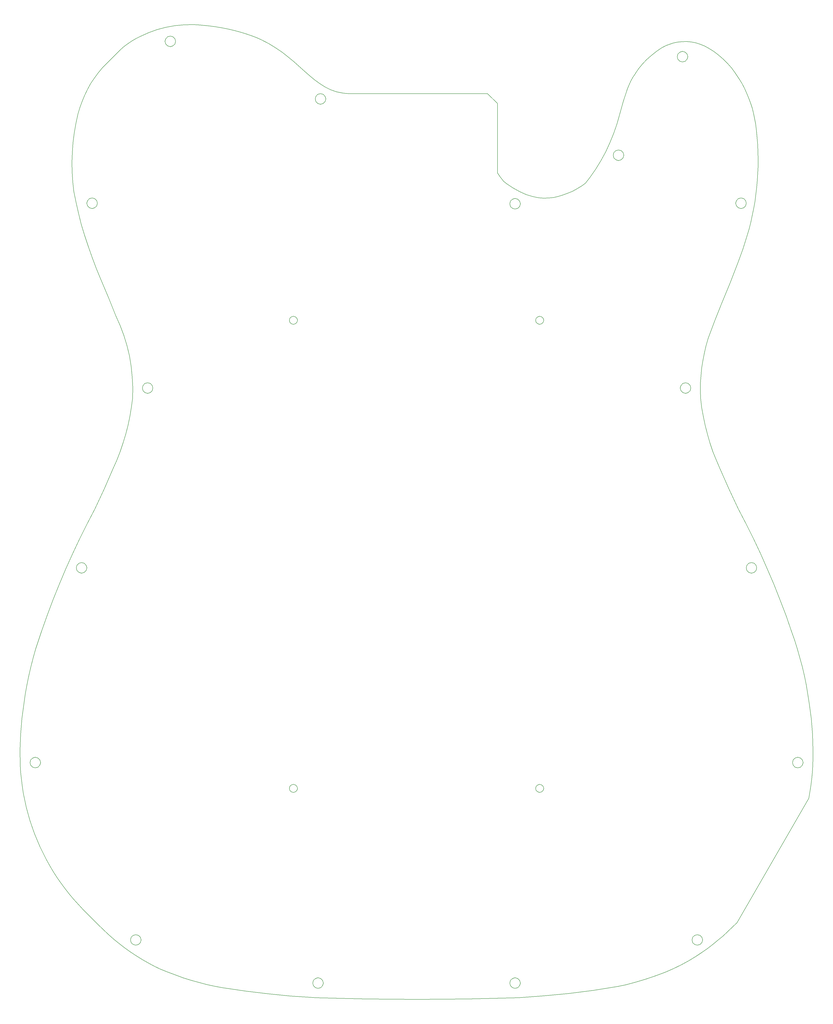
<source format=gbr>
G04 #@! TF.GenerationSoftware,KiCad,Pcbnew,(5.1.6)-1*
G04 #@! TF.CreationDate,2020-05-31T20:53:56+02:00*
G04 #@! TF.ProjectId,main,6d61696e-2e6b-4696-9361-645f70636258,rev?*
G04 #@! TF.SameCoordinates,PXfdeef668PY6350ce0*
G04 #@! TF.FileFunction,Other,User*
%FSLAX46Y46*%
G04 Gerber Fmt 4.6, Leading zero omitted, Abs format (unit mm)*
G04 Created by KiCad (PCBNEW (5.1.6)-1) date 2020-05-31 20:53:56*
%MOMM*%
%LPD*%
G01*
G04 APERTURE LIST*
%ADD10C,0.200000*%
G04 APERTURE END LIST*
D10*
X198699500Y331360200D02*
X197344800Y332454000D01*
X201366000Y329570199D02*
X198699500Y331360200D01*
X277283000Y388015200D02*
X275430000Y388566700D01*
X204027000Y328108200D02*
X201366000Y329570199D01*
X209151900Y326156700D02*
X206637300Y326971400D01*
X211525500Y325661300D02*
X209151900Y326156700D01*
X215799800Y325549400D02*
X213713100Y325482200D01*
X259523400Y385109200D02*
X257496600Y383540100D01*
X249143200Y373129800D02*
X248365500Y371515900D01*
X240594500Y348000200D02*
X238861700Y344318600D01*
X217707400Y325786800D02*
X215799800Y325549400D01*
X225413800Y328330900D02*
X223338100Y327417100D01*
X227411799Y329388400D02*
X225413800Y328330900D01*
X243445800Y355626200D02*
X242123900Y351772100D01*
X244556300Y359554600D02*
X243445800Y355626200D01*
X257496600Y383540100D02*
X255554600Y381791600D01*
X230698200Y331588000D02*
X229324900Y330584700D01*
X232483900Y333896800D02*
X230698200Y331588000D01*
X279094000Y387259600D02*
X277283000Y388015200D01*
X263477000Y387445200D02*
X261546400Y386430100D01*
X238861700Y344318600D02*
X236929600Y340735500D01*
X223338100Y327417100D02*
X221192300Y326652200D01*
X234802300Y337258900D02*
X232483900Y333896800D01*
X221192300Y326652200D02*
X219487600Y326164500D01*
X255554600Y381791600D02*
X253782300Y379939899D01*
X250029700Y374687800D02*
X249143200Y373129800D01*
X280845000Y386296300D02*
X279094000Y387259600D01*
X273551000Y388917700D02*
X271663000Y389071700D01*
X280926000Y386239500D02*
X280845000Y386296300D01*
X213713100Y325482200D02*
X211525500Y325661300D01*
X229324900Y330584700D02*
X227411799Y329388400D01*
X236929600Y340735500D02*
X234802300Y337258900D01*
X252257100Y378066000D02*
X251045700Y376251900D01*
X264658000Y387893000D02*
X264213000Y387724200D01*
X253782300Y379939899D02*
X252257100Y378066000D01*
X265379000Y388138200D02*
X264658000Y387893000D01*
X242123900Y351772100D02*
X240594500Y348000200D01*
X247699300Y369851700D02*
X246003700Y364740300D01*
X250978500Y376118600D02*
X250029700Y374687800D01*
X251045700Y376251900D02*
X250978500Y376118600D01*
X275430000Y388566700D02*
X273551000Y388917700D01*
X267927000Y388803100D02*
X266112000Y388387700D01*
X264213000Y387724200D02*
X263477000Y387445200D01*
X248365500Y371515900D02*
X247699300Y369851700D01*
X266112000Y388387700D02*
X265379000Y388138200D01*
X271663000Y389071700D02*
X269783000Y389032300D01*
X261546400Y386430100D02*
X259523400Y385109200D01*
X206637300Y326971400D02*
X204027000Y328108200D01*
X219487600Y326164500D02*
X217707400Y325786800D01*
X246003700Y364740300D02*
X244556300Y359554600D01*
X269783000Y389032300D02*
X267927000Y388803100D01*
X295249000Y370059900D02*
X294235000Y371981500D01*
X299014000Y321415390D02*
X299495000Y324239800D01*
X285325000Y215669000D02*
X283818000Y219087700D01*
X300592000Y347073700D02*
X300383000Y349935000D01*
X277331000Y247350500D02*
X277376000Y250417600D01*
X296173000Y368097500D02*
X295249000Y370059900D01*
X297004000Y366097400D02*
X296173000Y368097500D01*
X297741000Y364063000D02*
X297004000Y366097400D01*
X298931000Y359903800D02*
X298384000Y361997400D01*
X297115000Y313018414D02*
X297824000Y315803160D01*
X285897000Y282576400D02*
X285897000Y282576800D01*
X278924000Y262561000D02*
X279651000Y265543100D01*
X295872000Y193314400D02*
X292730000Y199324400D01*
X299734000Y355645600D02*
X299381000Y357785500D01*
X300097000Y352792800D02*
X299734000Y355645600D01*
X301784000Y181116400D02*
X298890000Y187244400D01*
X277878000Y256523400D02*
X278333000Y259553000D01*
X300756000Y338484000D02*
X300778000Y341346600D01*
X299495000Y324239800D02*
X299900000Y327074400D01*
X278496000Y236903000D02*
X277884000Y240578200D01*
X280510000Y268495500D02*
X283067000Y275587300D01*
X298890000Y187244400D02*
X295872000Y193314400D01*
X283818000Y219087700D02*
X282457000Y222560700D01*
X300383000Y349935000D02*
X300097000Y352792800D01*
X285897000Y282576800D02*
X289389000Y290989900D01*
X300778000Y341346600D02*
X300723000Y344210400D01*
X300229000Y329917599D02*
X300481000Y332767900D01*
X298457000Y318602660D02*
X299014000Y321415390D01*
X297824000Y315803160D02*
X298457000Y318602660D01*
X283067000Y275587300D02*
X285897000Y282576400D01*
X277559000Y253476800D02*
X277878000Y256523400D01*
X281243000Y226083300D02*
X280178000Y229650900D01*
X292730000Y199324400D02*
X288899000Y207439400D01*
X296330000Y310249840D02*
X297115000Y313018414D01*
X304552000Y174933400D02*
X301784000Y181116400D01*
X277884000Y240578200D02*
X277424000Y244280200D01*
X288899000Y207439400D02*
X285325000Y215669000D01*
X300723000Y344210400D02*
X300592000Y347073700D01*
X300481000Y332767900D02*
X300657000Y335623900D01*
X277376000Y250417600D02*
X277559000Y253476800D01*
X277424000Y244280200D02*
X277331000Y247350500D01*
X280178000Y229650900D02*
X279262000Y233259000D01*
X281101000Y386151900D02*
X280926000Y386239500D01*
X282849000Y385029600D02*
X281101000Y386151900D01*
X292462000Y374786300D02*
X292457000Y374796400D01*
X294235000Y371981500D02*
X293328000Y373505100D01*
X300657000Y335623900D02*
X300756000Y338484000D01*
X299900000Y327074400D02*
X300229000Y329917599D01*
X279262000Y233259000D02*
X278496000Y236903000D01*
X282457000Y222560700D02*
X281243000Y226083300D01*
X299381000Y357785500D02*
X298931000Y359903800D01*
X294610000Y304830620D02*
X296330000Y310249840D01*
X278333000Y259553000D02*
X278924000Y262561000D01*
X289389000Y290989900D02*
X292696000Y299475600D01*
X298384000Y361997400D02*
X297741000Y364063000D01*
X279651000Y265543100D02*
X280510000Y268495500D01*
X284686000Y383625500D02*
X282849000Y385029600D01*
X286532000Y382001000D02*
X284686000Y383625500D01*
X291334000Y376544300D02*
X289930000Y378381299D01*
X288306000Y380227100D02*
X286532000Y382001000D01*
X289930000Y378381299D02*
X288306000Y380227100D01*
X292457000Y374796400D02*
X291334000Y376544300D01*
X293328000Y373505100D02*
X292462000Y374786300D01*
X292696000Y299475600D02*
X294610000Y304830620D01*
X319560000Y131597400D02*
X318711000Y135264400D01*
X320312000Y127908400D02*
X319560000Y131597400D01*
X323066000Y98327400D02*
X323076000Y101503400D01*
X323010000Y104677400D02*
X322866000Y107848400D01*
X321523000Y120475400D02*
X320966000Y124200400D01*
X321974000Y117330400D02*
X321523000Y120475400D01*
X322645000Y111015400D02*
X322348000Y114176400D01*
X323076000Y101503400D02*
X323010000Y104677400D01*
X314358000Y149682400D02*
X312098000Y156069400D01*
X322348000Y114176400D02*
X321974000Y117330400D01*
X317766000Y138908400D02*
X316725000Y142527400D01*
X322978000Y95151400D02*
X323066000Y98327400D01*
X322866000Y107848400D02*
X322645000Y111015400D01*
X320966000Y124200400D02*
X320312000Y127908400D01*
X307195000Y168697400D02*
X304552000Y174933400D01*
X309710000Y162408400D02*
X307195000Y168697400D01*
X315589000Y146119400D02*
X314358000Y149682400D01*
X312098000Y156069400D02*
X309710000Y162408400D01*
X316725000Y142527400D02*
X315589000Y146119400D01*
X318711000Y135264400D02*
X317766000Y138908400D01*
X290391000Y29638400D02*
X292202000Y31449400D01*
X243771000Y5545400D02*
X247126700Y6248400D01*
X286460000Y25973400D02*
X288455000Y27779400D01*
X284407000Y24223400D02*
X286460000Y25973400D01*
X282296000Y22529400D02*
X284407000Y24223400D01*
X280129000Y20894400D02*
X282296000Y22529400D01*
X277906000Y19319400D02*
X280129000Y20894400D01*
X275628000Y17806400D02*
X277906000Y19319400D01*
X233790200Y3968400D02*
X243770800Y5545400D01*
X275627000Y17805400D02*
X275628000Y17806400D01*
X272602000Y15962400D02*
X275627000Y17805400D01*
X251169700Y7315400D02*
X255171400Y8521400D01*
X243770800Y5545400D02*
X243771000Y5545400D01*
X213713500Y1699400D02*
X223768800Y2686400D01*
X203631100Y1007400D02*
X213713500Y1699400D01*
X172618300Y349400D02*
X182957100Y481400D01*
X182957100Y481400D02*
X193294700Y701400D01*
X247126700Y6248400D02*
X251169700Y7315400D01*
X259128900Y9861400D02*
X263039000Y11337400D01*
X255171400Y8521400D02*
X259128900Y9861400D01*
X292202000Y31449400D02*
X321356000Y81946400D01*
X263039000Y11337400D02*
X266302000Y12724400D01*
X269492000Y14267400D02*
X272602000Y15962400D01*
X266302000Y12724400D02*
X269492000Y14267400D01*
X223768800Y2686400D02*
X233790200Y3968400D01*
X322808000Y92442400D02*
X322978000Y95151400D01*
X322557000Y89748400D02*
X322808000Y92442400D01*
X322226000Y87072400D02*
X322557000Y89748400D01*
X288455000Y27779400D02*
X290391000Y29638400D01*
X321814000Y84414400D02*
X322226000Y87072400D01*
X193294700Y701400D02*
X203631100Y1007400D01*
X321356000Y81946400D02*
X321814000Y84414400D01*
X277949000Y25507400D02*
X278237000Y24432400D01*
X124237000Y6932400D02*
X123949000Y5857400D01*
X49162000Y22570400D02*
X48087000Y22282400D01*
X203949000Y8007400D02*
X204237000Y6932400D01*
X203162000Y8794400D02*
X203949000Y8007400D01*
X123162000Y5070400D02*
X122087000Y4782400D01*
X202087000Y9082400D02*
X203162000Y8794400D01*
X276087000Y26582400D02*
X277162000Y26294400D01*
X50237000Y24432400D02*
X49949000Y23357400D01*
X121012000Y5070400D02*
X120225000Y5857400D01*
X49949000Y23357400D02*
X49162000Y22570400D01*
X203949000Y5857400D02*
X203162000Y5070400D01*
X277162000Y26294400D02*
X277949000Y25507400D01*
X200225000Y8007400D02*
X201012000Y8794400D01*
X121012000Y8794400D02*
X122087000Y9082400D01*
X199937000Y6932400D02*
X200225000Y8007400D01*
X200225000Y5857400D02*
X199937000Y6932400D01*
X201012000Y5070400D02*
X200225000Y5857400D01*
X123949000Y5857400D02*
X123162000Y5070400D01*
X122087000Y9082400D02*
X123162000Y8794400D01*
X47012000Y26294400D02*
X48087000Y26582400D01*
X123162000Y8794400D02*
X123949000Y8007400D01*
X119937000Y6932400D02*
X120225000Y8007400D01*
X48087000Y26582400D02*
X49162000Y26294400D01*
X49162000Y26294400D02*
X49949000Y25507400D01*
X277949000Y23357400D02*
X277162000Y22570400D01*
X49949000Y25507400D02*
X50237000Y24432400D01*
X204237000Y6932400D02*
X203949000Y5857400D01*
X278237000Y24432400D02*
X277949000Y23357400D01*
X123949000Y8007400D02*
X124237000Y6932400D01*
X122087000Y4782400D02*
X121012000Y5070400D01*
X46225000Y25507400D02*
X47012000Y26294400D01*
X276087000Y22282400D02*
X275012000Y22570400D01*
X277162000Y22570400D02*
X276087000Y22282400D01*
X47012000Y22570400D02*
X46225000Y23357400D01*
X45937000Y24432400D02*
X46225000Y25507400D01*
X120225000Y5857400D02*
X119937000Y6932400D01*
X202087000Y4782400D02*
X201012000Y5070400D01*
X46225000Y23357400D02*
X45937000Y24432400D01*
X201012000Y8794400D02*
X202087000Y9082400D01*
X120225000Y8007400D02*
X121012000Y8794400D01*
X275012000Y26294400D02*
X276087000Y26582400D01*
X203162000Y5070400D02*
X202087000Y4782400D01*
X48087000Y22282400D02*
X47012000Y22570400D01*
X314737000Y96432400D02*
X315025000Y97507400D01*
X318749000Y97507400D02*
X319037000Y96432400D01*
X316887000Y94282400D02*
X315812000Y94570400D01*
X274225000Y25507400D02*
X275012000Y26294400D01*
X275012000Y22570400D02*
X274225000Y23357400D01*
X212087000Y84282400D02*
X211262000Y84503400D01*
X212912000Y84503400D02*
X212087000Y84282400D01*
X213515900Y85107400D02*
X212912000Y84503400D01*
X213515900Y86757400D02*
X213737000Y85932400D01*
X7287000Y94282400D02*
X6212000Y94570400D01*
X315812000Y98294400D02*
X316887000Y98582400D01*
X24225000Y176507400D02*
X25012000Y177294400D01*
X27949000Y176507400D02*
X28237000Y175432400D01*
X212912000Y87361400D02*
X213515900Y86757400D01*
X210437000Y85932400D02*
X210658000Y86757400D01*
X212087000Y87582400D02*
X212912000Y87361400D01*
X24225000Y174357400D02*
X23937000Y175432400D01*
X211262000Y84503400D02*
X210658000Y85107400D01*
X112087000Y84282400D02*
X111262000Y84503400D01*
X111262000Y84503400D02*
X110658100Y85107400D01*
X26087000Y177582400D02*
X27162000Y177294400D01*
X112087000Y87582400D02*
X112912000Y87361400D01*
X317962000Y94570400D02*
X316887000Y94282400D01*
X112912000Y87361400D02*
X113516000Y86757400D01*
X28237000Y175432400D02*
X27949000Y174357400D01*
X9149000Y95357400D02*
X8362000Y94570400D01*
X210658000Y86757400D02*
X211262000Y87361400D01*
X110658100Y85107400D02*
X110437000Y85932400D01*
X5425000Y95357400D02*
X5137000Y96432400D01*
X317962000Y98294400D02*
X318749000Y97507400D01*
X318749000Y95357400D02*
X317962000Y94570400D01*
X25012000Y173570400D02*
X24225000Y174357400D01*
X27162000Y177294400D02*
X27949000Y176507400D01*
X315025000Y97507400D02*
X315812000Y98294400D01*
X319037000Y96432400D02*
X318749000Y95357400D01*
X315812000Y94570400D02*
X315025000Y95357400D01*
X273937000Y24432400D02*
X274225000Y25507400D01*
X274225000Y23357400D02*
X273937000Y24432400D01*
X213737000Y85932400D02*
X213515900Y85107400D01*
X211262000Y87361400D02*
X212087000Y87582400D01*
X111262000Y87361400D02*
X112087000Y87582400D01*
X110658100Y86757400D02*
X111262000Y87361400D01*
X110437000Y85932400D02*
X110658100Y86757400D01*
X9149000Y97507400D02*
X9437000Y96432400D01*
X210658000Y85107400D02*
X210437000Y85932400D01*
X8362000Y98294400D02*
X9149000Y97507400D01*
X113516000Y85107400D02*
X112912000Y84503400D01*
X113737000Y85932400D02*
X113516000Y85107400D01*
X8362000Y94570400D02*
X7287000Y94282400D01*
X6212000Y98294400D02*
X7287000Y98582400D01*
X6212000Y94570400D02*
X5425000Y95357400D01*
X26087000Y173282400D02*
X25012000Y173570400D01*
X23937000Y175432400D02*
X24225000Y176507400D01*
X27949000Y174357400D02*
X27162000Y173570400D01*
X9437000Y96432400D02*
X9149000Y95357400D01*
X25012000Y177294400D02*
X26087000Y177582400D01*
X5137000Y96432400D02*
X5425000Y97507400D01*
X7287000Y98582400D02*
X8362000Y98294400D01*
X315025000Y95357400D02*
X314737000Y96432400D01*
X316887000Y98582400D02*
X317962000Y98294400D01*
X112912000Y84503400D02*
X112087000Y84282400D01*
X113516000Y86757400D02*
X113737000Y85932400D01*
X5425000Y97507400D02*
X6212000Y98294400D01*
X27162000Y173570400D02*
X26087000Y173282400D01*
X299162000Y177294400D02*
X299949000Y176507400D01*
X296225000Y174357400D02*
X295937000Y175432400D01*
X51812000Y246570401D02*
X51025000Y247357400D01*
X298087000Y177582400D02*
X299162000Y177294400D01*
X213515900Y275107400D02*
X212912000Y274503500D01*
X297012000Y177294400D02*
X298087000Y177582400D01*
X110437000Y275932400D02*
X110658100Y276757400D01*
X111262000Y274503500D02*
X110658100Y275107400D01*
X213515900Y276757400D02*
X213737000Y275932400D01*
X295937000Y175432400D02*
X296225000Y176507400D01*
X53962000Y246570401D02*
X52887000Y246282400D01*
X54749000Y247357400D02*
X53962000Y246570401D01*
X51025000Y247357400D02*
X50737000Y248432400D01*
X269425000Y249507400D02*
X270212000Y250294400D01*
X271287000Y246282400D02*
X270212000Y246570401D01*
X273149000Y247357400D02*
X272362000Y246570401D01*
X210658000Y275107400D02*
X210437000Y275932400D01*
X203949000Y322157390D02*
X203162000Y321370430D01*
X269137000Y248432400D02*
X269425000Y249507400D01*
X112912000Y274503500D02*
X112087000Y274282400D01*
X211262000Y274503500D02*
X210658000Y275107400D01*
X269425000Y247357400D02*
X269137000Y248432400D01*
X211262000Y277361400D02*
X212087000Y277582400D01*
X296225000Y176507400D02*
X297012000Y177294400D01*
X52887000Y250582400D02*
X53962000Y250294400D01*
X273149000Y249507400D02*
X273437000Y248432400D01*
X112912000Y277361400D02*
X113516000Y276757400D01*
X212087000Y277582400D02*
X212912000Y277361400D01*
X203162000Y321370430D02*
X202087000Y321082390D01*
X270212000Y246570401D02*
X269425000Y247357400D01*
X204237000Y323232390D02*
X203949000Y322157390D01*
X212087000Y274282400D02*
X211262000Y274503500D01*
X52887000Y246282400D02*
X51812000Y246570401D01*
X297012000Y173570400D02*
X296225000Y174357400D01*
X111262000Y277361400D02*
X112087000Y277582400D01*
X112087000Y274282400D02*
X111262000Y274503500D01*
X210437000Y275932400D02*
X210658000Y276757400D01*
X202087000Y321082390D02*
X201012000Y321370430D01*
X51812000Y250294400D02*
X52887000Y250582400D01*
X271287000Y250582400D02*
X272362000Y250294400D01*
X55037000Y248432400D02*
X54749000Y247357400D01*
X54749000Y249507400D02*
X55037000Y248432400D01*
X53962000Y250294400D02*
X54749000Y249507400D01*
X51025000Y249507400D02*
X51812000Y250294400D01*
X270212000Y250294400D02*
X271287000Y250582400D01*
X113516000Y275107400D02*
X112912000Y274503500D01*
X113737000Y275932400D02*
X113516000Y275107400D01*
X113516000Y276757400D02*
X113737000Y275932400D01*
X110658100Y276757400D02*
X111262000Y277361400D01*
X112087000Y277582400D02*
X112912000Y277361400D01*
X213737000Y275932400D02*
X213515900Y275107400D01*
X210658000Y276757400D02*
X211262000Y277361400D01*
X50737000Y248432400D02*
X51025000Y249507400D01*
X272362000Y250294400D02*
X273149000Y249507400D01*
X110658100Y275107400D02*
X110437000Y275932400D01*
X212912000Y277361400D02*
X213515900Y276757400D01*
X212912000Y274503500D02*
X212087000Y274282400D01*
X272362000Y246570401D02*
X271287000Y246282400D01*
X298087000Y173282400D02*
X297012000Y173570400D01*
X299162000Y173570400D02*
X298087000Y173282400D01*
X299949000Y174357400D02*
X299162000Y173570400D01*
X273437000Y248432400D02*
X273149000Y247357400D01*
X300237000Y175432400D02*
X299949000Y174357400D01*
X299949000Y176507400D02*
X300237000Y175432400D01*
X241937000Y342932400D02*
X242225000Y344007400D01*
X122012000Y367644300D02*
X123087000Y367932400D01*
X272237000Y382932400D02*
X271949000Y381857400D01*
X125237000Y365782400D02*
X124949000Y364707400D01*
X202087000Y325382400D02*
X203162000Y325094300D01*
X201012000Y325094300D02*
X202087000Y325382400D01*
X199937000Y323232390D02*
X200225000Y324307400D01*
X32199000Y324507400D02*
X32487000Y323432400D01*
X245949000Y341857400D02*
X245162000Y341070400D01*
X121225000Y364707400D02*
X120937000Y365782400D01*
X245949000Y344007400D02*
X246237000Y342932400D01*
X292762000Y325294400D02*
X293837000Y325582400D01*
X291687000Y323432400D02*
X291975000Y324507400D01*
X200225000Y322157390D02*
X199937000Y323232390D01*
X30337000Y321282390D02*
X29262001Y321570430D01*
X32199000Y322357390D02*
X31412000Y321570430D01*
X31412000Y325294400D02*
X32199000Y324507400D01*
X30337000Y325582400D02*
X31412000Y325294400D01*
X29262001Y325294400D02*
X30337000Y325582400D01*
X28187000Y323432400D02*
X28475000Y324507400D01*
X291975000Y322357390D02*
X291687000Y323432400D01*
X124162000Y367644300D02*
X124949000Y366857400D01*
X124949000Y364707400D02*
X124162000Y363920400D01*
X121225000Y366857400D02*
X122012000Y367644300D01*
X271949000Y384007400D02*
X272237000Y382932400D01*
X271949000Y381857400D02*
X271162000Y381070400D01*
X270087000Y380782400D02*
X269012000Y381070400D01*
X243012000Y341070400D02*
X242225000Y341857400D01*
X31412000Y321570430D02*
X30337000Y321282390D01*
X295699000Y322357390D02*
X294911999Y321570430D01*
X295699000Y324507400D02*
X295987000Y323432400D01*
X294911999Y325294400D02*
X295699000Y324507400D01*
X122012000Y363920400D02*
X121225000Y364707400D01*
X271162000Y381070400D02*
X270087000Y380782400D01*
X28475000Y324507400D02*
X29262001Y325294400D01*
X293837000Y325582400D02*
X294911999Y325294400D01*
X292762000Y321570430D02*
X291975000Y322357390D01*
X123087000Y367932400D02*
X124162000Y367644300D01*
X269012000Y384794400D02*
X270087000Y385082400D01*
X203949000Y324307400D02*
X204237000Y323232390D01*
X244087000Y340782400D02*
X243012000Y341070400D01*
X123087000Y363632400D02*
X122012000Y363920400D01*
X200225000Y324307400D02*
X201012000Y325094300D01*
X293837000Y321282390D02*
X292762000Y321570430D01*
X28475000Y322357390D02*
X28187000Y323432400D01*
X291975000Y324507400D02*
X292762000Y325294400D01*
X270087000Y385082400D02*
X271162000Y384794400D01*
X124949000Y366857400D02*
X125237000Y365782400D01*
X243012000Y344794400D02*
X244087000Y345082400D01*
X245162000Y341070400D02*
X244087000Y340782400D01*
X246237000Y342932400D02*
X245949000Y341857400D01*
X120937000Y365782400D02*
X121225000Y366857400D01*
X242225000Y344007400D02*
X243012000Y344794400D01*
X201012000Y321370430D02*
X200225000Y322157390D01*
X32487000Y323432400D02*
X32199000Y322357390D01*
X294911999Y321570430D02*
X293837000Y321282390D01*
X245162000Y344794400D02*
X245949000Y344007400D01*
X244087000Y345082400D02*
X245162000Y344794400D01*
X271162000Y384794400D02*
X271949000Y384007400D01*
X124162000Y363920400D02*
X123087000Y363632400D01*
X203162000Y325094300D02*
X203949000Y324307400D01*
X242225000Y341857400D02*
X241937000Y342932400D01*
X29262001Y321570430D02*
X28475000Y322357390D01*
X295987000Y323432400D02*
X295699000Y322357390D01*
X10429000Y59639400D02*
X11727000Y57126401D01*
X55605000Y13733400D02*
X57898000Y12675400D01*
X60225000Y388057400D02*
X59937000Y389132400D01*
X120926400Y995400D02*
X120926900Y994400D01*
X63949000Y388057400D02*
X63162000Y387270400D01*
X268225000Y384007400D02*
X269012000Y384794400D01*
X267937000Y382932400D02*
X268225000Y384007400D01*
X268225000Y381857400D02*
X267937000Y382932400D01*
X269012000Y381070400D02*
X268225000Y381857400D01*
X63949000Y390207400D02*
X64237000Y389132400D01*
X62087000Y391282400D02*
X63162000Y390994400D01*
X61012000Y387270400D02*
X60225000Y388057400D01*
X131263000Y691400D02*
X141600700Y475400D01*
X50839000Y16377400D02*
X53370000Y14908400D01*
X16086000Y49846400D02*
X17690000Y47513401D01*
X110891400Y1663400D02*
X120138600Y1029400D01*
X34823000Y28625400D02*
X36919000Y26679400D01*
X120138600Y1029400D02*
X120926400Y995400D01*
X53370000Y14908400D02*
X55605000Y13733400D01*
X32793000Y30632400D02*
X34823000Y28625400D01*
X13103000Y54654400D02*
X14556000Y52227401D01*
X11727000Y57126401D02*
X13103000Y54654400D01*
X5151000Y72782400D02*
X6041000Y70083400D01*
X151939600Y346400D02*
X162278910Y304400D01*
X45951000Y19537400D02*
X48365000Y17921400D01*
X6041000Y70083400D02*
X7015000Y67418400D01*
X22940000Y40821400D02*
X24832000Y38698400D01*
X24832000Y38698400D02*
X26793000Y36632400D01*
X17690000Y47513401D02*
X19368000Y45230400D01*
X36919000Y26679400D02*
X39081000Y24795400D01*
X21118000Y42999400D02*
X22940000Y40821400D01*
X83306600Y5055400D02*
X83307300Y5055400D01*
X101667200Y2545400D02*
X110891400Y1663400D01*
X92470800Y3676400D02*
X101667200Y2545400D01*
X83307300Y5055400D02*
X92470800Y3676400D01*
X39081000Y24795400D02*
X41308000Y22975400D01*
X61033000Y11376400D02*
X64202600Y10166400D01*
X43598000Y21222400D02*
X45951000Y19537400D01*
X63162000Y390994400D02*
X63949000Y390207400D01*
X57898000Y12675400D02*
X61033000Y11376400D01*
X61012000Y390994400D02*
X62087000Y391282400D01*
X4346000Y75513400D02*
X5151000Y72782400D01*
X80102900Y5636400D02*
X83306600Y5055400D01*
X26793000Y36632400D02*
X32793000Y30632400D01*
X67404900Y9043400D02*
X70638400Y8010400D01*
X64202600Y10166400D02*
X67404900Y9043400D01*
X141600700Y475400D02*
X151939600Y346400D01*
X70638400Y8010400D02*
X73765700Y7114400D01*
X76921800Y6322400D02*
X80102900Y5636400D01*
X14556000Y52227401D02*
X16086000Y49846400D01*
X63162000Y387270400D02*
X62087000Y386982400D01*
X73765700Y7114400D02*
X76921800Y6322400D01*
X64237000Y389132400D02*
X63949000Y388057400D01*
X162278910Y304400D02*
X172618300Y349400D01*
X9210000Y62194400D02*
X10429000Y59639400D01*
X48365000Y17921400D02*
X50839000Y16377400D01*
X8072000Y64787400D02*
X9210000Y62194400D01*
X62087000Y386982400D02*
X61012000Y387270400D01*
X60225000Y390207400D02*
X61012000Y390994400D01*
X19368000Y45230400D02*
X21118000Y42999400D01*
X120926900Y994400D02*
X131263000Y691400D01*
X59937000Y389132400D02*
X60225000Y390207400D01*
X41308000Y22975400D02*
X43598000Y21222400D01*
X7015000Y67418400D02*
X8072000Y64787400D01*
X22389000Y181116400D02*
X19620000Y174933400D01*
X35274000Y207439400D02*
X31444000Y199324400D01*
X46290000Y240577800D02*
X45677000Y236902600D01*
X1098000Y101657400D02*
X1186000Y95357400D01*
X33989000Y292236100D02*
X37053000Y285058000D01*
X3627000Y78273400D02*
X4346000Y75513400D01*
X1313000Y107951400D02*
X1098000Y101657400D01*
X41716000Y222560400D02*
X40354000Y219087500D01*
X2996000Y81061400D02*
X3627000Y78273400D01*
X2452000Y83875400D02*
X2996000Y81061400D01*
X1999000Y86714400D02*
X2452000Y83875400D01*
X1635000Y89575400D02*
X1999000Y86714400D01*
X1831000Y114227400D02*
X1313000Y107951400D01*
X41723000Y273849100D02*
X43239000Y269796200D01*
X19620000Y174933400D02*
X16978000Y168697400D01*
X28302000Y193314400D02*
X25283000Y187244400D01*
X38847000Y215668700D02*
X35274000Y207439400D01*
X43996000Y229650600D02*
X42930000Y226083000D01*
X46749000Y244279800D02*
X46290000Y240577800D01*
X45482000Y261469400D02*
X46205000Y257220300D01*
X45677000Y236902600D02*
X44912000Y233258700D01*
X12074000Y156069400D02*
X9815000Y149682400D01*
X1364000Y92456400D02*
X1635000Y89575400D01*
X1186000Y95357400D02*
X1364000Y92456400D01*
X3207000Y124200400D02*
X2651000Y120475400D01*
X42930000Y226083000D02*
X41716000Y222560400D01*
X44912000Y233258700D02*
X43996000Y229650600D01*
X6407000Y138908400D02*
X5462000Y135264400D01*
X31444000Y199324400D02*
X28302000Y193314400D01*
X46205000Y257220300D02*
X46659000Y252930700D01*
X7448000Y142527400D02*
X6407000Y138908400D01*
X4614000Y131597400D02*
X3862000Y127908400D01*
X14462000Y162408400D02*
X12074000Y156069400D01*
X5462000Y135264400D02*
X4614000Y131597400D01*
X25283000Y187244400D02*
X22389000Y181116400D01*
X46659000Y252930700D02*
X46841000Y248613201D01*
X44493000Y265665500D02*
X45482000Y261469400D01*
X2651000Y120475400D02*
X1831000Y114227400D01*
X3862000Y127908400D02*
X3207000Y124200400D01*
X40354000Y219087500D02*
X38847000Y215668700D01*
X37053000Y285058000D02*
X39948000Y277811600D01*
X32147000Y296711000D02*
X33989000Y292236100D01*
X46841000Y248613201D02*
X46749000Y244279800D01*
X39948000Y277811600D02*
X41723000Y273849100D01*
X16978000Y168697400D02*
X14462000Y162408400D01*
X43239000Y269796200D02*
X44493000Y265665500D01*
X9815000Y149682400D02*
X8584000Y146119400D01*
X8584000Y146119400D02*
X7448000Y142527400D01*
X23818000Y323683400D02*
X24840000Y319216460D01*
X22940000Y328180400D02*
X23818000Y323683400D01*
X27311000Y310388850D02*
X28807000Y305789410D01*
X26005000Y314783860D02*
X27311000Y310388850D01*
X22493000Y332128800D02*
X22940000Y328180400D01*
X22236000Y336086400D02*
X22493000Y332128800D01*
X30419000Y301229500D02*
X32147000Y296711000D01*
X28807000Y305789410D02*
X30419000Y301229500D01*
X24840000Y319216460D02*
X26005000Y314783860D01*
X56713000Y393920800D02*
X53216000Y392680000D01*
X82890400Y394680600D02*
X80308700Y395111500D01*
X110076500Y382755400D02*
X107623000Y384661700D01*
X130757800Y368394500D02*
X129512500Y368707100D01*
X22287000Y344004800D02*
X22167000Y340047300D01*
X22595000Y347952300D02*
X22287000Y344004800D01*
X23090000Y351883300D02*
X22595000Y347952300D01*
X24642000Y359669100D02*
X23773000Y355791100D01*
X104976300Y386502900D02*
X102099500Y388242600D01*
X26260000Y364805200D02*
X25374000Y362264600D01*
X28476001Y369696600D02*
X27295000Y367284700D01*
X95508600Y391271000D02*
X93030800Y392118700D01*
X41980000Y385869600D02*
X40600000Y384541200D01*
X43435000Y387115900D02*
X41980000Y385869600D01*
X49823000Y391154900D02*
X48170000Y390287100D01*
X80308700Y395111500D02*
X77712500Y395457700D01*
X133396900Y368013000D02*
X132051100Y368161600D01*
X128310600Y369094800D02*
X127147600Y369553100D01*
X132051100Y368161600D02*
X130757800Y368394500D01*
X85455600Y394165400D02*
X82890400Y394680600D01*
X90527900Y392884000D02*
X88002100Y393566400D01*
X44959000Y388277000D02*
X43435000Y387115900D01*
X23773000Y355791100D02*
X23090000Y351883300D01*
X31265000Y374292300D02*
X29801000Y372034600D01*
X46551000Y389349600D02*
X44959000Y388277000D01*
X120727900Y373529100D02*
X118690700Y375211900D01*
X48170000Y390287100D02*
X46551000Y389349600D01*
X71365900Y395960200D02*
X67639400Y395897100D01*
X98955900Y389844300D02*
X97272700Y390581900D01*
X107623000Y384661700D02*
X104976300Y386502900D01*
X118690700Y375211900D02*
X116643700Y377012500D01*
X190931800Y367932400D02*
X181686700Y367932400D01*
X116643700Y377012500D02*
X112373200Y380820800D01*
X124919700Y370663200D02*
X122792000Y372000700D01*
X181686700Y367932400D02*
X181665900Y367953300D01*
X181665900Y367953300D02*
X134800000Y367953300D01*
X97272700Y390581900D02*
X95508600Y391271000D01*
X134800000Y367953300D02*
X133396900Y368013000D01*
X73234700Y395877800D02*
X71365900Y395960200D01*
X34600000Y378541200D02*
X32866000Y376463300D01*
X112373200Y380820800D02*
X110076500Y382755400D01*
X102099500Y388242600D02*
X98955900Y389844300D01*
X194931800Y363932400D02*
X190931800Y367932400D01*
X27295000Y367284700D02*
X26260000Y364805200D01*
X40600000Y384541200D02*
X34600000Y378541200D01*
X197344800Y332454000D02*
X197118500Y332728200D01*
X75104000Y395718600D02*
X73234700Y395877800D01*
X197118500Y332728200D02*
X195975400Y334251400D01*
X194931800Y335786100D02*
X194931800Y363932400D01*
X127147600Y369553100D02*
X124919700Y370663200D01*
X32866000Y376463300D02*
X31265000Y374292300D01*
X195975400Y334251400D02*
X194931800Y335786100D01*
X77712500Y395457700D02*
X75104000Y395718600D01*
X60294000Y394873300D02*
X56713000Y393920800D01*
X122792000Y372000700D02*
X120727900Y373529100D01*
X63942800Y395533500D02*
X60294000Y394873300D01*
X67639400Y395897100D02*
X63942800Y395533500D01*
X88002100Y393566400D02*
X85455600Y394165400D01*
X22167000Y340047300D02*
X22236000Y336086400D01*
X29801000Y372034600D02*
X28476001Y369696600D01*
X129512500Y368707100D02*
X128310600Y369094800D01*
X93030800Y392118700D02*
X90527900Y392884000D01*
X25374000Y362264600D02*
X24642000Y359669100D01*
X53216000Y392680000D02*
X49823000Y391154900D01*
M02*

</source>
